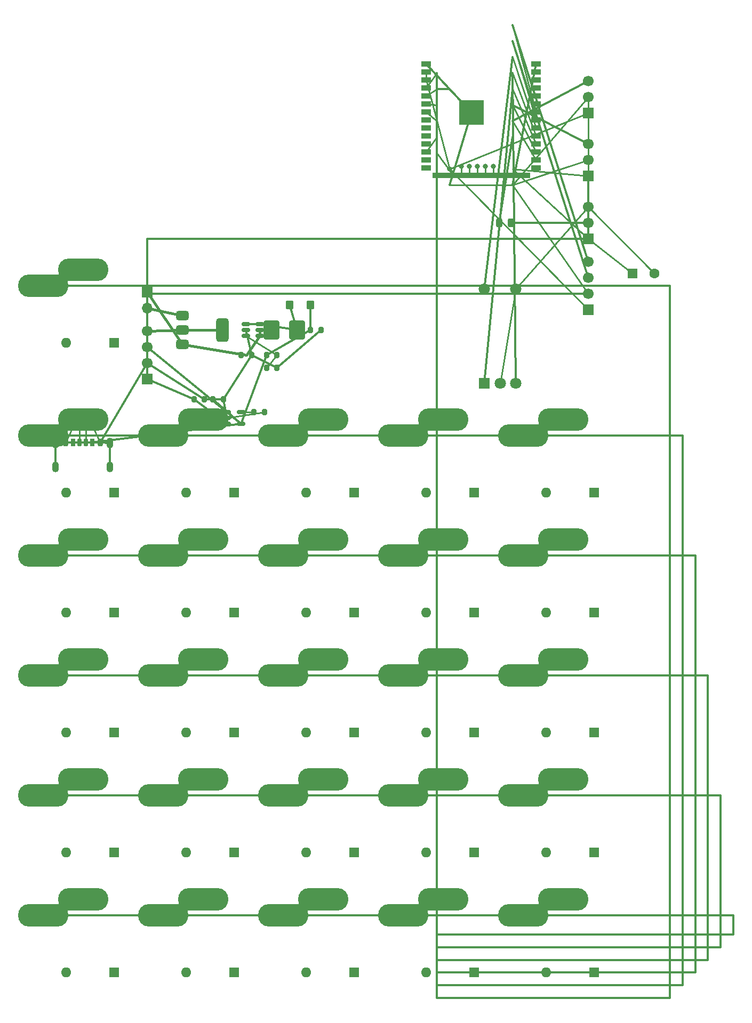
<source format=gtl>
%TF.GenerationSoftware,KiCad,Pcbnew,9.0.7*%
%TF.CreationDate,2026-02-28T06:01:15-05:00*%
%TF.ProjectId,Macropad,4d616372-6f70-4616-942e-6b696361645f,rev?*%
%TF.SameCoordinates,Original*%
%TF.FileFunction,Copper,L1,Top*%
%TF.FilePolarity,Positive*%
%FSLAX46Y46*%
G04 Gerber Fmt 4.6, Leading zero omitted, Abs format (unit mm)*
G04 Created by KiCad (PCBNEW 9.0.7) date 2026-02-28 06:01:15*
%MOMM*%
%LPD*%
G01*
G04 APERTURE LIST*
G04 Aperture macros list*
%AMRoundRect*
0 Rectangle with rounded corners*
0 $1 Rounding radius*
0 $2 $3 $4 $5 $6 $7 $8 $9 X,Y pos of 4 corners*
0 Add a 4 corners polygon primitive as box body*
4,1,4,$2,$3,$4,$5,$6,$7,$8,$9,$2,$3,0*
0 Add four circle primitives for the rounded corners*
1,1,$1+$1,$2,$3*
1,1,$1+$1,$4,$5*
1,1,$1+$1,$6,$7*
1,1,$1+$1,$8,$9*
0 Add four rect primitives between the rounded corners*
20,1,$1+$1,$2,$3,$4,$5,0*
20,1,$1+$1,$4,$5,$6,$7,0*
20,1,$1+$1,$6,$7,$8,$9,0*
20,1,$1+$1,$8,$9,$2,$3,0*%
G04 Aperture macros list end*
%TA.AperFunction,ComponentPad*%
%ADD10O,8.000000X3.600000*%
%TD*%
%TA.AperFunction,ComponentPad*%
%ADD11R,1.600000X1.600000*%
%TD*%
%TA.AperFunction,ComponentPad*%
%ADD12O,1.600000X1.600000*%
%TD*%
%TA.AperFunction,SMDPad,CuDef*%
%ADD13R,1.500000X0.900000*%
%TD*%
%TA.AperFunction,SMDPad,CuDef*%
%ADD14R,3.900000X3.900000*%
%TD*%
%TA.AperFunction,ComponentPad*%
%ADD15R,1.700000X1.700000*%
%TD*%
%TA.AperFunction,ComponentPad*%
%ADD16C,1.700000*%
%TD*%
%TA.AperFunction,ComponentPad*%
%ADD17O,1.700000X1.700000*%
%TD*%
%TA.AperFunction,SMDPad,CuDef*%
%ADD18RoundRect,0.375000X-0.625000X-0.375000X0.625000X-0.375000X0.625000X0.375000X-0.625000X0.375000X0*%
%TD*%
%TA.AperFunction,SMDPad,CuDef*%
%ADD19RoundRect,0.500000X-0.500000X-1.400000X0.500000X-1.400000X0.500000X1.400000X-0.500000X1.400000X0*%
%TD*%
%TA.AperFunction,SMDPad,CuDef*%
%ADD20RoundRect,0.175000X-0.175000X-0.425000X0.175000X-0.425000X0.175000X0.425000X-0.175000X0.425000X0*%
%TD*%
%TA.AperFunction,SMDPad,CuDef*%
%ADD21RoundRect,0.190000X0.190000X0.410000X-0.190000X0.410000X-0.190000X-0.410000X0.190000X-0.410000X0*%
%TD*%
%TA.AperFunction,SMDPad,CuDef*%
%ADD22RoundRect,0.200000X0.200000X0.400000X-0.200000X0.400000X-0.200000X-0.400000X0.200000X-0.400000X0*%
%TD*%
%TA.AperFunction,SMDPad,CuDef*%
%ADD23RoundRect,0.175000X0.175000X0.425000X-0.175000X0.425000X-0.175000X-0.425000X0.175000X-0.425000X0*%
%TD*%
%TA.AperFunction,SMDPad,CuDef*%
%ADD24RoundRect,0.190000X-0.190000X-0.410000X0.190000X-0.410000X0.190000X0.410000X-0.190000X0.410000X0*%
%TD*%
%TA.AperFunction,SMDPad,CuDef*%
%ADD25RoundRect,0.200000X-0.200000X-0.400000X0.200000X-0.400000X0.200000X0.400000X-0.200000X0.400000X0*%
%TD*%
%TA.AperFunction,ComponentPad*%
%ADD26O,1.100000X1.700000*%
%TD*%
%TA.AperFunction,SMDPad,CuDef*%
%ADD27RoundRect,0.150000X-0.512500X-0.150000X0.512500X-0.150000X0.512500X0.150000X-0.512500X0.150000X0*%
%TD*%
%TA.AperFunction,SMDPad,CuDef*%
%ADD28RoundRect,0.200000X0.275000X-0.200000X0.275000X0.200000X-0.275000X0.200000X-0.275000X-0.200000X0*%
%TD*%
%TA.AperFunction,SMDPad,CuDef*%
%ADD29RoundRect,0.200000X-0.200000X-0.275000X0.200000X-0.275000X0.200000X0.275000X-0.200000X0.275000X0*%
%TD*%
%TA.AperFunction,SMDPad,CuDef*%
%ADD30RoundRect,0.250000X-1.000000X-1.250000X1.000000X-1.250000X1.000000X1.250000X-1.000000X1.250000X0*%
%TD*%
%TA.AperFunction,SMDPad,CuDef*%
%ADD31RoundRect,0.240000X-0.360000X-0.460000X0.360000X-0.460000X0.360000X0.460000X-0.360000X0.460000X0*%
%TD*%
%TA.AperFunction,SMDPad,CuDef*%
%ADD32RoundRect,0.243750X-0.243750X-0.456250X0.243750X-0.456250X0.243750X0.456250X-0.243750X0.456250X0*%
%TD*%
%TA.AperFunction,ComponentPad*%
%ADD33C,1.600000*%
%TD*%
%TA.AperFunction,ComponentPad*%
%ADD34R,1.800000X1.800000*%
%TD*%
%TA.AperFunction,ComponentPad*%
%ADD35C,1.800000*%
%TD*%
%TA.AperFunction,ViaPad*%
%ADD36C,0.800000*%
%TD*%
%TA.AperFunction,Conductor*%
%ADD37C,0.300000*%
%TD*%
%TA.AperFunction,Conductor*%
%ADD38C,0.250000*%
%TD*%
%TA.AperFunction,Conductor*%
%ADD39C,0.400000*%
%TD*%
G04 APERTURE END LIST*
D10*
%TO.P,SW1,1*%
%TO.N,ROW0*%
X5715000Y-6985000D03*
%TO.P,SW1,2*%
%TO.N,K1*%
X12065000Y-4445000D03*
%TD*%
D11*
%TO.P,D1,1*%
%TO.N,K1*%
X17025000Y-16025000D03*
D12*
%TO.P,D1,2*%
%TO.N,COL0*%
X9405000Y-16025000D03*
%TD*%
D10*
%TO.P,SW2,1*%
%TO.N,ROW1*%
X5715000Y-30797000D03*
%TO.P,SW2,2*%
%TO.N,K2*%
X12065000Y-28257000D03*
%TD*%
D11*
%TO.P,D2,1*%
%TO.N,K2*%
X17025000Y-39837000D03*
D12*
%TO.P,D2,2*%
%TO.N,COL0*%
X9405000Y-39837000D03*
%TD*%
D10*
%TO.P,SW3,1*%
%TO.N,ROW1*%
X24765000Y-30797000D03*
%TO.P,SW3,2*%
%TO.N,K3*%
X31115000Y-28257000D03*
%TD*%
D11*
%TO.P,D3,1*%
%TO.N,K3*%
X36075000Y-39837000D03*
D12*
%TO.P,D3,2*%
%TO.N,COL1*%
X28455000Y-39837000D03*
%TD*%
D10*
%TO.P,SW4,1*%
%TO.N,ROW1*%
X43815000Y-30797000D03*
%TO.P,SW4,2*%
%TO.N,K4*%
X50165000Y-28257000D03*
%TD*%
D11*
%TO.P,D4,1*%
%TO.N,K4*%
X55125000Y-39837000D03*
D12*
%TO.P,D4,2*%
%TO.N,COL2*%
X47505000Y-39837000D03*
%TD*%
D10*
%TO.P,SW5,1*%
%TO.N,ROW1*%
X62865000Y-30797000D03*
%TO.P,SW5,2*%
%TO.N,K5*%
X69215000Y-28257000D03*
%TD*%
D11*
%TO.P,D5,1*%
%TO.N,K5*%
X74175000Y-39837000D03*
D12*
%TO.P,D5,2*%
%TO.N,COL3*%
X66555000Y-39837000D03*
%TD*%
D10*
%TO.P,SW6,1*%
%TO.N,ROW1*%
X81915000Y-30797000D03*
%TO.P,SW6,2*%
%TO.N,K6*%
X88265000Y-28257000D03*
%TD*%
D11*
%TO.P,D6,1*%
%TO.N,K6*%
X93225000Y-39837000D03*
D12*
%TO.P,D6,2*%
%TO.N,COL4*%
X85605000Y-39837000D03*
%TD*%
D10*
%TO.P,SW7,1*%
%TO.N,ROW2*%
X5715000Y-49848000D03*
%TO.P,SW7,2*%
%TO.N,K7*%
X12065000Y-47308000D03*
%TD*%
D11*
%TO.P,D7,1*%
%TO.N,K7*%
X17025000Y-58888000D03*
D12*
%TO.P,D7,2*%
%TO.N,COL0*%
X9405000Y-58888000D03*
%TD*%
D10*
%TO.P,SW8,1*%
%TO.N,ROW2*%
X24765000Y-49848000D03*
%TO.P,SW8,2*%
%TO.N,K8*%
X31115000Y-47308000D03*
%TD*%
D11*
%TO.P,D8,1*%
%TO.N,K8*%
X36075000Y-58888000D03*
D12*
%TO.P,D8,2*%
%TO.N,COL1*%
X28455000Y-58888000D03*
%TD*%
D10*
%TO.P,SW9,1*%
%TO.N,ROW2*%
X43815000Y-49848000D03*
%TO.P,SW9,2*%
%TO.N,K9*%
X50165000Y-47308000D03*
%TD*%
D11*
%TO.P,D9,1*%
%TO.N,K9*%
X55125000Y-58888000D03*
D12*
%TO.P,D9,2*%
%TO.N,COL2*%
X47505000Y-58888000D03*
%TD*%
D10*
%TO.P,SW10,1*%
%TO.N,ROW2*%
X62865000Y-49848000D03*
%TO.P,SW10,2*%
%TO.N,K10*%
X69215000Y-47308000D03*
%TD*%
D11*
%TO.P,D10,1*%
%TO.N,K10*%
X74175000Y-58888000D03*
D12*
%TO.P,D10,2*%
%TO.N,COL3*%
X66555000Y-58888000D03*
%TD*%
D10*
%TO.P,SW11,1*%
%TO.N,ROW2*%
X81915000Y-49848000D03*
%TO.P,SW11,2*%
%TO.N,K11*%
X88265000Y-47308000D03*
%TD*%
D11*
%TO.P,D11,1*%
%TO.N,K11*%
X93225000Y-58888000D03*
D12*
%TO.P,D11,2*%
%TO.N,COL4*%
X85605000Y-58888000D03*
%TD*%
D10*
%TO.P,SW12,1*%
%TO.N,ROW3*%
X5715000Y-68898000D03*
%TO.P,SW12,2*%
%TO.N,K12*%
X12065000Y-66358000D03*
%TD*%
D11*
%TO.P,D12,1*%
%TO.N,K12*%
X17025000Y-77938000D03*
D12*
%TO.P,D12,2*%
%TO.N,COL0*%
X9405000Y-77938000D03*
%TD*%
D10*
%TO.P,SW13,1*%
%TO.N,ROW3*%
X24765000Y-68898000D03*
%TO.P,SW13,2*%
%TO.N,K13*%
X31115000Y-66358000D03*
%TD*%
D11*
%TO.P,D13,1*%
%TO.N,K13*%
X36075000Y-77938000D03*
D12*
%TO.P,D13,2*%
%TO.N,COL1*%
X28455000Y-77938000D03*
%TD*%
D10*
%TO.P,SW14,1*%
%TO.N,ROW3*%
X43815000Y-68898000D03*
%TO.P,SW14,2*%
%TO.N,K14*%
X50165000Y-66358000D03*
%TD*%
D11*
%TO.P,D14,1*%
%TO.N,K14*%
X55125000Y-77938000D03*
D12*
%TO.P,D14,2*%
%TO.N,COL2*%
X47505000Y-77938000D03*
%TD*%
D10*
%TO.P,SW15,1*%
%TO.N,ROW3*%
X62865000Y-68898000D03*
%TO.P,SW15,2*%
%TO.N,K15*%
X69215000Y-66358000D03*
%TD*%
D11*
%TO.P,D15,1*%
%TO.N,K15*%
X74175000Y-77938000D03*
D12*
%TO.P,D15,2*%
%TO.N,COL3*%
X66555000Y-77938000D03*
%TD*%
D10*
%TO.P,SW16,1*%
%TO.N,ROW3*%
X81915000Y-68898000D03*
%TO.P,SW16,2*%
%TO.N,K16*%
X88265000Y-66358000D03*
%TD*%
D11*
%TO.P,D16,1*%
%TO.N,K16*%
X93225000Y-77938000D03*
D12*
%TO.P,D16,2*%
%TO.N,COL4*%
X85605000Y-77938000D03*
%TD*%
D10*
%TO.P,SW17,1*%
%TO.N,ROW4*%
X5715000Y-87947000D03*
%TO.P,SW17,2*%
%TO.N,K17*%
X12065000Y-85407000D03*
%TD*%
D11*
%TO.P,D17,1*%
%TO.N,K17*%
X17025000Y-96987000D03*
D12*
%TO.P,D17,2*%
%TO.N,COL0*%
X9405000Y-96987000D03*
%TD*%
D10*
%TO.P,SW18,1*%
%TO.N,ROW4*%
X24765000Y-87947000D03*
%TO.P,SW18,2*%
%TO.N,K18*%
X31115000Y-85407000D03*
%TD*%
D11*
%TO.P,D18,1*%
%TO.N,K18*%
X36075000Y-96987000D03*
D12*
%TO.P,D18,2*%
%TO.N,COL1*%
X28455000Y-96987000D03*
%TD*%
D10*
%TO.P,SW19,1*%
%TO.N,ROW4*%
X43815000Y-87947000D03*
%TO.P,SW19,2*%
%TO.N,K19*%
X50165000Y-85407000D03*
%TD*%
D11*
%TO.P,D19,1*%
%TO.N,K19*%
X55125000Y-96987000D03*
D12*
%TO.P,D19,2*%
%TO.N,COL2*%
X47505000Y-96987000D03*
%TD*%
D10*
%TO.P,SW20,1*%
%TO.N,ROW4*%
X62865000Y-87947000D03*
%TO.P,SW20,2*%
%TO.N,K20*%
X69215000Y-85407000D03*
%TD*%
D11*
%TO.P,D20,1*%
%TO.N,K20*%
X74175000Y-96987000D03*
D12*
%TO.P,D20,2*%
%TO.N,COL3*%
X66555000Y-96987000D03*
%TD*%
D10*
%TO.P,SW21,1*%
%TO.N,ROW4*%
X81915000Y-87947000D03*
%TO.P,SW21,2*%
%TO.N,K21*%
X88265000Y-85407000D03*
%TD*%
D11*
%TO.P,D21,1*%
%TO.N,K21*%
X93225000Y-96987000D03*
D12*
%TO.P,D21,2*%
%TO.N,COL4*%
X85605000Y-96987000D03*
%TD*%
D10*
%TO.P,SW22,1*%
%TO.N,ROW5*%
X5715000Y-106998000D03*
%TO.P,SW22,2*%
%TO.N,K22*%
X12065000Y-104458000D03*
%TD*%
D11*
%TO.P,D22,1*%
%TO.N,K22*%
X17025000Y-116038000D03*
D12*
%TO.P,D22,2*%
%TO.N,COL0*%
X9405000Y-116038000D03*
%TD*%
D10*
%TO.P,SW23,1*%
%TO.N,ROW5*%
X24765000Y-106998000D03*
%TO.P,SW23,2*%
%TO.N,K23*%
X31115000Y-104458000D03*
%TD*%
D11*
%TO.P,D23,1*%
%TO.N,K23*%
X36075000Y-116038000D03*
D12*
%TO.P,D23,2*%
%TO.N,COL1*%
X28455000Y-116038000D03*
%TD*%
D10*
%TO.P,SW24,1*%
%TO.N,ROW5*%
X43815000Y-106998000D03*
%TO.P,SW24,2*%
%TO.N,K24*%
X50165000Y-104458000D03*
%TD*%
D11*
%TO.P,D24,1*%
%TO.N,K24*%
X55125000Y-116038000D03*
D12*
%TO.P,D24,2*%
%TO.N,COL2*%
X47505000Y-116038000D03*
%TD*%
D10*
%TO.P,SW25,1*%
%TO.N,ROW5*%
X62865000Y-106998000D03*
%TO.P,SW25,2*%
%TO.N,K25*%
X69215000Y-104458000D03*
%TD*%
D11*
%TO.P,D25,1*%
%TO.N,K25*%
X74175000Y-116038000D03*
D12*
%TO.P,D25,2*%
%TO.N,COL3*%
X66555000Y-116038000D03*
%TD*%
D10*
%TO.P,SW26,1*%
%TO.N,ROW5*%
X81915000Y-106998000D03*
%TO.P,SW26,2*%
%TO.N,K26*%
X88265000Y-104458000D03*
%TD*%
D11*
%TO.P,D26,1*%
%TO.N,K26*%
X93225000Y-116038000D03*
D12*
%TO.P,D26,2*%
%TO.N,COL4*%
X85605000Y-116038000D03*
%TD*%
D13*
%TO.P,U901,1*%
%TO.N,GND*%
X66500000Y28260000D03*
%TO.P,U901,2*%
%TO.N,3V3*%
X66500000Y26990000D03*
%TO.P,U901,3*%
X66500000Y25720000D03*
%TO.P,U901,4*%
%TO.N,ROW0*%
X66500000Y24450000D03*
%TO.P,U901,5*%
%TO.N,ROW1*%
X66500000Y23180000D03*
%TO.P,U901,6*%
%TO.N,ROW2*%
X66500000Y21910000D03*
%TO.P,U901,7*%
%TO.N,ROW3*%
X66500000Y20640000D03*
%TO.P,U901,8*%
%TO.N,N/C*%
X66500000Y19370000D03*
%TO.P,U901,9*%
X66500000Y18100000D03*
%TO.P,U901,10*%
X66500000Y16830000D03*
%TO.P,U901,11*%
X66500000Y15560000D03*
%TO.P,U901,12*%
%TO.N,ROW4*%
X66500000Y14290000D03*
%TO.P,U901,13*%
%TO.N,N/C*%
X66500000Y13020000D03*
%TO.P,U901,14*%
X66500000Y11750000D03*
%TO.P,U901,15*%
X68265000Y10500000D03*
%TO.P,U901,16*%
X69535000Y10500000D03*
%TO.P,U901,17*%
%TO.N,ROW5*%
X70805000Y10500000D03*
%TO.P,U901,18*%
%TO.N,COL0*%
X72075000Y10500000D03*
%TO.P,U901,19*%
%TO.N,COL1*%
X73345000Y10500000D03*
%TO.P,U901,20*%
%TO.N,COL2*%
X74615000Y10500000D03*
%TO.P,U901,21*%
%TO.N,COL3*%
X75885000Y10500000D03*
%TO.P,U901,22*%
%TO.N,COL4*%
X77155000Y10500000D03*
%TO.P,U901,23*%
%TO.N,LED_DATA*%
X78425000Y10500000D03*
%TO.P,U901,24*%
%TO.N,N/C*%
X79695000Y10500000D03*
%TO.P,U901,25*%
X80965000Y10500000D03*
%TO.P,U901,26*%
X82235000Y10500000D03*
%TO.P,U901,27*%
X84000000Y11750000D03*
%TO.P,U901,28*%
%TO.N,IR_RX*%
X84000000Y13020000D03*
%TO.P,U901,29*%
%TO.N,IR_TX*%
X84000000Y14290000D03*
%TO.P,U901,30*%
%TO.N,ENC_A*%
X84000000Y15560000D03*
%TO.P,U901,31*%
%TO.N,ENC_B*%
X84000000Y16830000D03*
%TO.P,U901,32*%
%TO.N,ENC_SW*%
X84000000Y18100000D03*
%TO.P,U901,33*%
%TO.N,LCD_SDA*%
X84000000Y19370000D03*
%TO.P,U901,34*%
%TO.N,LCD_SCL*%
X84000000Y20640000D03*
%TO.P,U901,35*%
%TO.N,N/C*%
X84000000Y21910000D03*
%TO.P,U901,36*%
X84000000Y23180000D03*
%TO.P,U901,37*%
X84000000Y24450000D03*
%TO.P,U901,38*%
X84000000Y25720000D03*
%TO.P,U901,39*%
X84000000Y26990000D03*
%TO.P,U901,40*%
%TO.N,GND*%
X84000000Y28260000D03*
D14*
%TO.P,U901,41*%
X73750000Y20540000D03*
%TD*%
D15*
%TO.P,J201,1*%
%TO.N,3V3*%
X92250000Y20460000D03*
D16*
%TO.P,J201,2*%
%TO.N,GND*%
X92250000Y23000000D03*
%TO.P,J201,3*%
%TO.N,IR_RX*%
X92250000Y25540000D03*
%TD*%
D15*
%TO.P,J202,1*%
%TO.N,5V*%
X92250000Y10460000D03*
D16*
%TO.P,J202,2*%
%TO.N,GND*%
X92250000Y13000000D03*
%TO.P,J202,3*%
%TO.N,IR_TX*%
X92250000Y15540000D03*
%TD*%
D15*
%TO.P,J301,1*%
%TO.N,5V*%
X92250000Y460000D03*
D16*
%TO.P,J301,2*%
%TO.N,LED_DIN*%
X92250000Y3000000D03*
%TO.P,J301,3*%
%TO.N,GND*%
X92250000Y5540000D03*
%TD*%
D15*
%TO.P,J302,1*%
%TO.N,3V3*%
X92250000Y-10810000D03*
D16*
%TO.P,J302,2*%
%TO.N,GND*%
X92250000Y-8270000D03*
%TO.P,J302,3*%
%TO.N,LCD_SDA*%
X92250000Y-5730000D03*
%TO.P,J302,4*%
%TO.N,LCD_SCL*%
X92250000Y-3190000D03*
%TD*%
D15*
%TO.P,J400,1*%
%TO.N,BAT+*%
X22250000Y-8000000D03*
D17*
%TO.P,J400,2*%
%TO.N,GND*%
X22250000Y-10540000D03*
%TD*%
D15*
%TO.P,J401,1*%
%TO.N,BAT+*%
X22250000Y-21810000D03*
D16*
%TO.P,J401,2*%
%TO.N,GND*%
X22250000Y-19270000D03*
%TO.P,J401,3*%
%TO.N,5V*%
X22250000Y-16730000D03*
%TO.P,J401,4*%
%TO.N,3V3*%
X22250000Y-14190000D03*
%TD*%
D18*
%TO.P,U402,1*%
%TO.N,GND*%
X27850000Y-11700000D03*
%TO.P,U402,2*%
%TO.N,3V3*%
X27850000Y-14000000D03*
D19*
X34150000Y-14000000D03*
D18*
%TO.P,U402,3*%
%TO.N,BAT+*%
X27850000Y-16300000D03*
%TD*%
D20*
%TO.P,J402,A5*%
%TO.N,USB_CC1*%
X11500000Y-31920000D03*
D21*
%TO.P,J402,A9*%
%TO.N,5V*%
X13520000Y-31920000D03*
D22*
%TO.P,J402,A12*%
%TO.N,GND*%
X14750000Y-31920000D03*
D23*
%TO.P,J402,B5*%
%TO.N,USB_CC2*%
X12500000Y-31920000D03*
D24*
%TO.P,J402,B9*%
%TO.N,5V*%
X10480000Y-31920000D03*
D25*
%TO.P,J402,B12*%
%TO.N,GND*%
X9250000Y-31920000D03*
D26*
%TO.P,J402,S1*%
X7680000Y-32000000D03*
X7680000Y-35800000D03*
X16320000Y-32000000D03*
X16320000Y-35800000D03*
%TD*%
D27*
%TO.P,U403,1*%
%TO.N,N/C*%
X34862500Y-27050000D03*
%TO.P,U403,2*%
%TO.N,GND*%
X34862500Y-28000000D03*
%TO.P,U403,3*%
%TO.N,BAT+*%
X34862500Y-28950000D03*
%TO.P,U403,4*%
%TO.N,5V*%
X37137500Y-28950000D03*
%TO.P,U403,5*%
%TO.N,CHG_PROG*%
X37137500Y-27050000D03*
%TD*%
D28*
%TO.P,R402,1*%
%TO.N,USB_CC1*%
X11500000Y-28825000D03*
%TO.P,R402,2*%
%TO.N,GND*%
X11500000Y-27175000D03*
%TD*%
%TO.P,R403,1*%
%TO.N,USB_CC2*%
X12500000Y-28825000D03*
%TO.P,R403,2*%
%TO.N,GND*%
X12500000Y-27175000D03*
%TD*%
D29*
%TO.P,R404,1*%
%TO.N,CHG_PROG*%
X39175000Y-27050000D03*
%TO.P,R404,2*%
%TO.N,GND*%
X40825000Y-27050000D03*
%TD*%
%TO.P,C402,1*%
%TO.N,5V*%
X32675000Y-25000000D03*
%TO.P,C402,2*%
%TO.N,GND*%
X34325000Y-25000000D03*
%TD*%
%TO.P,C403,1*%
%TO.N,BAT+*%
X29675000Y-25000000D03*
%TO.P,C403,2*%
%TO.N,GND*%
X31325000Y-25000000D03*
%TD*%
D27*
%TO.P,U404,1*%
%TO.N,BOOST_SW*%
X37862500Y-13050000D03*
%TO.P,U404,2*%
%TO.N,GND*%
X37862500Y-14000000D03*
%TO.P,U404,3*%
%TO.N,BOOST_FB*%
X37862500Y-14950000D03*
%TO.P,U404,4*%
%TO.N,BAT+*%
X40137500Y-14950000D03*
%TO.P,U404,5*%
X40137500Y-14000000D03*
%TO.P,U404,6*%
%TO.N,BOOST_SW*%
X40137500Y-13050000D03*
%TD*%
D30*
%TO.P,L401,1*%
%TO.N,BAT+*%
X42000000Y-14000000D03*
%TO.P,L401,2*%
%TO.N,BOOST_SW*%
X46000000Y-14000000D03*
%TD*%
D31*
%TO.P,D401,1*%
%TO.N,BOOST_SW*%
X44850000Y-10000000D03*
%TO.P,D401,2*%
%TO.N,5V*%
X48150000Y-10000000D03*
%TD*%
D29*
%TO.P,R405,1*%
%TO.N,5V*%
X41175000Y-18000000D03*
%TO.P,R405,2*%
%TO.N,BOOST_FB*%
X42825000Y-18000000D03*
%TD*%
%TO.P,R406,1*%
%TO.N,BOOST_FB*%
X41175000Y-20000000D03*
%TO.P,R406,2*%
%TO.N,GND*%
X42825000Y-20000000D03*
%TD*%
%TO.P,C404,1*%
%TO.N,BAT+*%
X37175000Y-18000000D03*
%TO.P,C404,2*%
%TO.N,GND*%
X38825000Y-18000000D03*
%TD*%
%TO.P,C405,1*%
%TO.N,5V*%
X48175000Y-14000000D03*
%TO.P,C405,2*%
%TO.N,GND*%
X49825000Y-14000000D03*
%TD*%
D32*
%TO.P,R401,1*%
%TO.N,LED_DATA*%
X78122500Y3000000D03*
%TO.P,R401,2*%
%TO.N,LED_DIN*%
X79997500Y3000000D03*
%TD*%
D11*
%TO.P,C401,1*%
%TO.N,5V*%
X99250000Y-5000000D03*
D33*
%TO.P,C401,2*%
%TO.N,GND*%
X102750000Y-5000000D03*
%TD*%
D34*
%TO.P,SW401,A*%
%TO.N,ENC_A*%
X75750000Y-22500000D03*
D35*
%TO.P,SW401,B*%
%TO.N,ENC_B*%
X80750000Y-22500000D03*
%TO.P,SW401,C*%
%TO.N,GND*%
X78250000Y-22500000D03*
%TO.P,SW401,S1*%
%TO.N,ENC_SW*%
X75750000Y-7500000D03*
%TO.P,SW401,S2*%
%TO.N,GND*%
X80750000Y-7500000D03*
%TD*%
D36*
%TO.N,COL0*%
X72075000Y12000000D03*
%TO.N,COL1*%
X73345000Y12000000D03*
%TO.N,COL2*%
X74615000Y12000000D03*
%TO.N,COL3*%
X75885000Y12000000D03*
%TO.N,COL4*%
X77155000Y12000000D03*
%TO.N,3V3*%
X70250000Y11570000D03*
%TD*%
D37*
%TO.N,ROW0*%
X5715000Y-6985000D02*
X105250000Y-6985000D01*
X105250000Y-6985000D02*
X105250000Y-120063000D01*
X105250000Y-120063000D02*
X68250000Y-120063000D01*
X68250000Y-120063000D02*
X68250000Y26810000D01*
%TO.N,ROW1*%
X5715000Y-30797000D02*
X24765000Y-30797000D01*
X24765000Y-30797000D02*
X43815000Y-30797000D01*
X43815000Y-30797000D02*
X62865000Y-30797000D01*
X62865000Y-30797000D02*
X81915000Y-30797000D01*
X81915000Y-30797000D02*
X107250000Y-30797000D01*
X107250000Y-30797000D02*
X107250000Y-118063000D01*
X107250000Y-118063000D02*
X68250000Y-118063000D01*
X68250000Y-118063000D02*
X68250000Y24270000D01*
X68250000Y24270000D02*
X70250000Y24270000D01*
%TO.N,ROW2*%
X5715000Y-49848000D02*
X24765000Y-49848000D01*
X24765000Y-49848000D02*
X43815000Y-49848000D01*
X43815000Y-49848000D02*
X62865000Y-49848000D01*
X62865000Y-49848000D02*
X81915000Y-49848000D01*
X81915000Y-49848000D02*
X109250000Y-49848000D01*
X109250000Y-49848000D02*
X109250000Y-116063000D01*
X109250000Y-116063000D02*
X68250000Y-116063000D01*
X68250000Y-116063000D02*
X68250000Y21730000D01*
%TO.N,ROW3*%
X5715000Y-68897000D02*
X24765000Y-68897000D01*
X24765000Y-68897000D02*
X43815000Y-68897000D01*
X43815000Y-68897000D02*
X62865000Y-68897000D01*
X62865000Y-68897000D02*
X81915000Y-68897000D01*
X81915000Y-68897000D02*
X111250000Y-68897000D01*
X111250000Y-68897000D02*
X111250000Y-114063000D01*
X111250000Y-114063000D02*
X68250000Y-114063000D01*
X68250000Y-114063000D02*
X68250000Y19190000D01*
%TO.N,ROW4*%
X5715000Y-87947000D02*
X24765000Y-87947000D01*
X24765000Y-87947000D02*
X43815000Y-87947000D01*
X43815000Y-87947000D02*
X62865000Y-87947000D01*
X62865000Y-87947000D02*
X81915000Y-87947000D01*
X81915000Y-87947000D02*
X113250000Y-87947000D01*
X113250000Y-87947000D02*
X113250000Y-112063000D01*
X113250000Y-112063000D02*
X68250000Y-112063000D01*
X68250000Y-112063000D02*
X68250000Y16650000D01*
%TO.N,ROW5*%
X5715000Y-106998000D02*
X24765000Y-106998000D01*
X24765000Y-106998000D02*
X43815000Y-106998000D01*
X43815000Y-106998000D02*
X62865000Y-106998000D01*
X62865000Y-106998000D02*
X81915000Y-106998000D01*
X81915000Y-106998000D02*
X115250000Y-106998000D01*
X115250000Y-106998000D02*
X115250000Y-110063000D01*
X115250000Y-110063000D02*
X68250000Y-110063000D01*
X68250000Y-110063000D02*
X68250000Y14110000D01*
D38*
%TO.N,3V3*%
X70250000Y11570000D02*
X92250000Y20460000D01*
%TO.N,GND*%
X70250000Y9030000D02*
X80250000Y9030000D01*
%TO.N,5V*%
X80250000Y11570000D02*
X92250000Y460000D01*
%TO.N,GND*%
X80250000Y9030000D02*
X92250000Y23000000D01*
X92250000Y23000000D02*
X92250000Y5540000D01*
%TO.N,5V*%
X80250000Y11570000D02*
X92250000Y10460000D01*
%TO.N,GND*%
X80250000Y9030000D02*
X92250000Y13000000D01*
%TO.N,3V3*%
X70250000Y11570000D02*
X92250000Y-10810000D01*
%TO.N,GND*%
X80250000Y9030000D02*
X92250000Y-8270000D01*
D37*
%TO.N,IR_RX*%
X80250000Y19190000D02*
X92250000Y25540000D01*
%TO.N,IR_TX*%
X80250000Y21730000D02*
X92250000Y15540000D01*
%TO.N,LCD_SDA*%
X80250000Y31890000D02*
X92250000Y-5730000D01*
%TO.N,LCD_SCL*%
X80250000Y34430000D02*
X92250000Y-3190000D01*
%TO.N,LED_DATA*%
X80250000Y16650000D02*
X78122500Y3000000D01*
%TO.N,LED_DIN*%
X79997500Y3000000D02*
X92250000Y3000000D01*
D38*
%TO.N,5V*%
X92250000Y460000D02*
X99250000Y-5000000D01*
%TO.N,GND*%
X92250000Y5540000D02*
X102750000Y-5000000D01*
D37*
%TO.N,ENC_A*%
X80250000Y24270000D02*
X75750000Y-22500000D01*
%TO.N,ENC_B*%
X80250000Y26810000D02*
X80750000Y-22500000D01*
%TO.N,ENC_SW*%
X80250000Y29350000D02*
X75750000Y-7500000D01*
D38*
%TO.N,GND*%
X78250000Y-22500000D02*
X80750000Y-7500000D01*
X80750000Y-7500000D02*
X92250000Y5540000D01*
D37*
%TO.N,BAT+*%
X22250000Y-8000000D02*
X22250000Y-21810000D01*
%TO.N,GND*%
X22250000Y-10540000D02*
X22250000Y-19270000D01*
X22250000Y-19270000D02*
X22250000Y-8270000D01*
X22250000Y-8270000D02*
X92250000Y-8270000D01*
%TO.N,5V*%
X22250000Y-16730000D02*
X22250000Y460000D01*
X22250000Y460000D02*
X92250000Y460000D01*
X92250000Y460000D02*
X92250000Y10460000D01*
D38*
%TO.N,ROW0*%
X66500000Y24450000D02*
X68250000Y26810000D01*
%TO.N,ROW1*%
X66500000Y23180000D02*
X68250000Y24270000D01*
%TO.N,ROW2*%
X66500000Y21910000D02*
X68250000Y21730000D01*
%TO.N,ROW3*%
X66500000Y20640000D02*
X68250000Y19190000D01*
%TO.N,ROW4*%
X66500000Y14290000D02*
X68250000Y16650000D01*
%TO.N,ROW5*%
X70805000Y10500000D02*
X68250000Y14110000D01*
%TO.N,COL0*%
X72075000Y10500000D02*
X72075000Y12000000D01*
%TO.N,COL1*%
X73345000Y10500000D02*
X73345000Y12000000D01*
%TO.N,COL2*%
X74615000Y10500000D02*
X74615000Y12000000D01*
%TO.N,COL3*%
X75885000Y10500000D02*
X75885000Y12000000D01*
%TO.N,COL4*%
X77155000Y10500000D02*
X77155000Y12000000D01*
%TO.N,IR_RX*%
X84000000Y13020000D02*
X80250000Y19190000D01*
%TO.N,IR_TX*%
X84000000Y14290000D02*
X80250000Y21730000D01*
%TO.N,ENC_A*%
X84000000Y15560000D02*
X80250000Y24270000D01*
%TO.N,ENC_B*%
X84000000Y16830000D02*
X80250000Y26810000D01*
%TO.N,ENC_SW*%
X84000000Y18100000D02*
X80250000Y29350000D01*
%TO.N,LCD_SDA*%
X84000000Y19370000D02*
X80250000Y31890000D01*
%TO.N,LCD_SCL*%
X84000000Y20640000D02*
X80250000Y34430000D01*
%TO.N,3V3*%
X66500000Y26990000D02*
X66500000Y25720000D01*
X66500000Y25720000D02*
X70250000Y11570000D01*
D37*
%TO.N,GND*%
X73750000Y20540000D02*
X70250000Y9030000D01*
X66500000Y28260000D02*
X73750000Y20540000D01*
X84000000Y28260000D02*
X80250000Y9030000D01*
D39*
%TO.N,BAT+*%
X22250000Y-8000000D02*
X27850000Y-16300000D01*
%TO.N,3V3*%
X27850000Y-14000000D02*
X34150000Y-14000000D01*
X27850000Y-14000000D02*
X22250000Y-14190000D01*
%TO.N,GND*%
X27850000Y-11700000D02*
X22250000Y-10540000D01*
D37*
%TO.N,5V*%
X10480000Y-31920000D02*
X13520000Y-31920000D01*
X13520000Y-31920000D02*
X37137500Y-28950000D01*
X37137500Y-28950000D02*
X22250000Y-16730000D01*
X37137500Y-28950000D02*
X32675000Y-25000000D01*
D38*
%TO.N,USB_CC1*%
X11500000Y-31920000D02*
X11500000Y-28825000D01*
%TO.N,USB_CC2*%
X12500000Y-31920000D02*
X12500000Y-28825000D01*
D37*
%TO.N,GND*%
X9250000Y-31920000D02*
X14750000Y-31920000D01*
X14750000Y-31920000D02*
X22250000Y-19270000D01*
X7680000Y-32000000D02*
X9250000Y-31920000D01*
X16320000Y-32000000D02*
X14750000Y-31920000D01*
X7680000Y-35800000D02*
X7680000Y-32000000D01*
X16320000Y-35800000D02*
X16320000Y-32000000D01*
D38*
X11500000Y-27175000D02*
X9250000Y-31920000D01*
X12500000Y-27175000D02*
X14750000Y-31920000D01*
D37*
%TO.N,BAT+*%
X34862500Y-28950000D02*
X29675000Y-25000000D01*
X29675000Y-25000000D02*
X22250000Y-21810000D01*
%TO.N,GND*%
X34862500Y-28000000D02*
X34325000Y-25000000D01*
X34325000Y-25000000D02*
X31325000Y-25000000D01*
X31325000Y-25000000D02*
X22250000Y-19270000D01*
D38*
X40825000Y-27050000D02*
X34862500Y-28000000D01*
%TO.N,CHG_PROG*%
X37137500Y-27050000D02*
X39175000Y-27050000D01*
D39*
%TO.N,BAT+*%
X27850000Y-16300000D02*
X38000000Y-18000000D01*
X38000000Y-18000000D02*
X40137500Y-14950000D01*
X40137500Y-14950000D02*
X40137500Y-14000000D01*
X40137500Y-14000000D02*
X42000000Y-14000000D01*
D37*
%TO.N,BOOST_SW*%
X37862500Y-13050000D02*
X40137500Y-13050000D01*
X40137500Y-13050000D02*
X46000000Y-14000000D01*
X46000000Y-14000000D02*
X44850000Y-10000000D01*
%TO.N,5V*%
X48150000Y-10000000D02*
X48175000Y-14000000D01*
X48175000Y-14000000D02*
X41175000Y-18000000D01*
X41175000Y-18000000D02*
X37137500Y-28950000D01*
%TO.N,GND*%
X38825000Y-18000000D02*
X37862500Y-14000000D01*
X38825000Y-18000000D02*
X42825000Y-20000000D01*
X42825000Y-20000000D02*
X49825000Y-14000000D01*
X38825000Y-18000000D02*
X34325000Y-25000000D01*
D38*
%TO.N,BOOST_FB*%
X37862500Y-14950000D02*
X42825000Y-18000000D01*
X42825000Y-18000000D02*
X41175000Y-20000000D01*
%TD*%
M02*

</source>
